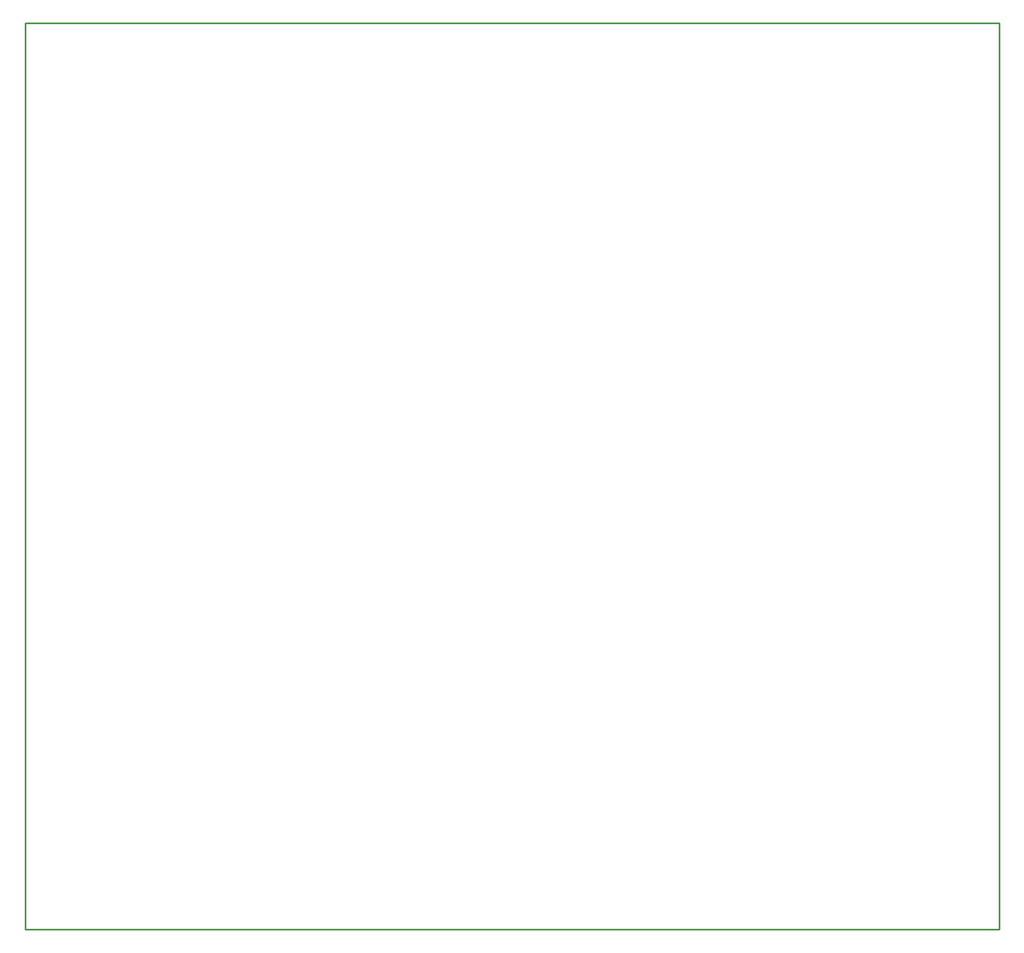
<source format=gbr>
G04 start of page 4 for group 2 idx 1 *
G04 Title: (unknown), outline *
G04 Creator: pcb 20081128 *
G04 CreationDate: Tue Aug 18 15:33:46 2009 UTC *
G04 For: olivleh1 *
G04 Format: Gerber/RS-274X *
G04 PCB-Dimensions: 637795 559055 *
G04 PCB-Coordinate-Origin: lower left *
%MOIN*%
%FSLAX24Y24*%
%LNOUTLINE*%
%ADD27C,0.0107*%
G54D27*X3346Y55629D02*X62401D01*
Y669D01*
X3346D01*
Y55629D02*Y669D01*
M02*

</source>
